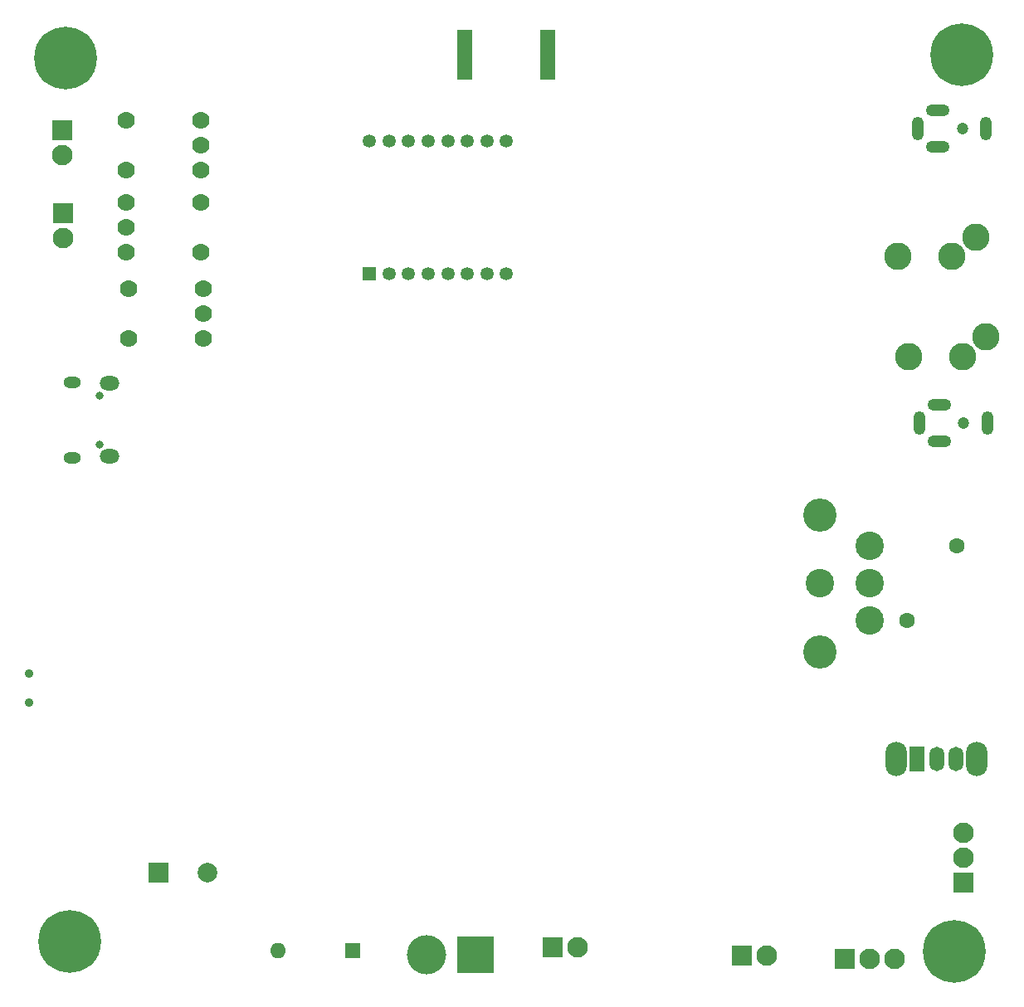
<source format=gbr>
G04 #@! TF.GenerationSoftware,KiCad,Pcbnew,(5.1.4)-1*
G04 #@! TF.CreationDate,2020-12-23T09:12:06-05:00*
G04 #@! TF.ProjectId,CameraTriggerR3SMD,43616d65-7261-4547-9269-676765725233,rev?*
G04 #@! TF.SameCoordinates,Original*
G04 #@! TF.FileFunction,Soldermask,Bot*
G04 #@! TF.FilePolarity,Negative*
%FSLAX46Y46*%
G04 Gerber Fmt 4.6, Leading zero omitted, Abs format (unit mm)*
G04 Created by KiCad (PCBNEW (5.1.4)-1) date 2020-12-23 09:12:06*
%MOMM*%
%LPD*%
G04 APERTURE LIST*
%ADD10O,1.208000X2.416000*%
%ADD11O,2.416000X1.208000*%
%ADD12C,1.200000*%
%ADD13C,2.800000*%
%ADD14O,1.600000X1.600000*%
%ADD15R,1.600000X1.600000*%
%ADD16C,1.350000*%
%ADD17R,1.350000X1.350000*%
%ADD18C,0.900000*%
%ADD19C,1.778000*%
%ADD20O,2.200000X3.500000*%
%ADD21O,1.500000X2.500000*%
%ADD22R,1.500000X2.500000*%
%ADD23O,0.800000X0.800000*%
%ADD24O,1.800000X1.150000*%
%ADD25O,2.000000X1.450000*%
%ADD26C,4.000000*%
%ADD27R,3.800000X3.800000*%
%ADD28R,1.500000X5.080000*%
%ADD29C,2.100000*%
%ADD30R,2.100000X2.100000*%
%ADD31C,2.900000*%
%ADD32C,3.400000*%
%ADD33C,1.600000*%
%ADD34C,0.800000*%
%ADD35C,6.400000*%
%ADD36C,2.000000*%
%ADD37R,2.000000X2.000000*%
G04 APERTURE END LIST*
D10*
X92012680Y-11135360D03*
D11*
X94012680Y-12985360D03*
X94012680Y-9285360D03*
D10*
X98912680Y-11135360D03*
D12*
X96512680Y-11135360D03*
D13*
X89971280Y-24225000D03*
X95471280Y-24225000D03*
X97871280Y-22225000D03*
D14*
X26670000Y-95072200D03*
D15*
X34290000Y-95072200D03*
D16*
X36017200Y-12384200D03*
X38017200Y-12384200D03*
X40017200Y-12384200D03*
X42017200Y-12384200D03*
X44017200Y-12384200D03*
X46017200Y-12384200D03*
X48017200Y-12384200D03*
X50017200Y-12384200D03*
X50017200Y-25984200D03*
X48017200Y-25984200D03*
X46017200Y-25984200D03*
X44017200Y-25984200D03*
X42017200Y-25984200D03*
X40017200Y-25984200D03*
X38017200Y-25984200D03*
D17*
X36017200Y-25984200D03*
D18*
X1270200Y-69765040D03*
X1270200Y-66765040D03*
D19*
X19050000Y-32588200D03*
X19050000Y-30048200D03*
X19050000Y-27508200D03*
X11430000Y-27508200D03*
X11430000Y-32588200D03*
X11236960Y-18719800D03*
X11236960Y-21259800D03*
X11236960Y-23799800D03*
X18856960Y-23799800D03*
X18856960Y-18719800D03*
X18796000Y-15377160D03*
X18796000Y-12837160D03*
X18796000Y-10297160D03*
X11176000Y-10297160D03*
X11176000Y-15377160D03*
D20*
X97987040Y-75534520D03*
X89787040Y-75534520D03*
D21*
X95887040Y-75534520D03*
X93887040Y-75534520D03*
D22*
X91887040Y-75534520D03*
D23*
X8486040Y-43399080D03*
X8486040Y-38399080D03*
D24*
X5736040Y-44774080D03*
X5736040Y-37024080D03*
D25*
X9536040Y-44624080D03*
X9536040Y-37174080D03*
D26*
X41817280Y-95448120D03*
D27*
X46817280Y-95448120D03*
D28*
X45747360Y-3606800D03*
X54247360Y-3606800D03*
D29*
X4729480Y-22352000D03*
D30*
X4729480Y-19812000D03*
D29*
X4688840Y-13893800D03*
D30*
X4688840Y-11353800D03*
D29*
X57287160Y-94681040D03*
D30*
X54747160Y-94681040D03*
D29*
X89590880Y-95879920D03*
X87050880Y-95879920D03*
D30*
X84510880Y-95879920D03*
D31*
X87086440Y-53761560D03*
D32*
X82006440Y-50591560D03*
X82006440Y-64551560D03*
D33*
X95976440Y-53761560D03*
X90896440Y-61381560D03*
D31*
X87086440Y-61381560D03*
X87086440Y-57571560D03*
X82006440Y-57571560D03*
D29*
X76601320Y-95570040D03*
D30*
X74061320Y-95570040D03*
D29*
X96631760Y-83027520D03*
X96631760Y-85567520D03*
D30*
X96631760Y-88107520D03*
D10*
X92170160Y-41239440D03*
D11*
X94170160Y-43089440D03*
X94170160Y-39389440D03*
D10*
X99070160Y-41239440D03*
D12*
X96670160Y-41239440D03*
D13*
X91038080Y-34410400D03*
X96538080Y-34410400D03*
X98938080Y-32410400D03*
D34*
X7107256Y-92415024D03*
X5410200Y-91712080D03*
X3713144Y-92415024D03*
X3010200Y-94112080D03*
X3713144Y-95809136D03*
X5410200Y-96512080D03*
X7107256Y-95809136D03*
X7810200Y-94112080D03*
D35*
X5410200Y-94112080D03*
D34*
X6736416Y-2265344D03*
X5039360Y-1562400D03*
X3342304Y-2265344D03*
X2639360Y-3962400D03*
X3342304Y-5659456D03*
X5039360Y-6362400D03*
X6736416Y-5659456D03*
X7439360Y-3962400D03*
D35*
X5039360Y-3962400D03*
D34*
X98176416Y-1955464D03*
X96479360Y-1252520D03*
X94782304Y-1955464D03*
X94079360Y-3652520D03*
X94782304Y-5349576D03*
X96479360Y-6052520D03*
X98176416Y-5349576D03*
X98879360Y-3652520D03*
D35*
X96479360Y-3652520D03*
D34*
X97409336Y-93471664D03*
X95712280Y-92768720D03*
X94015224Y-93471664D03*
X93312280Y-95168720D03*
X94015224Y-96865776D03*
X95712280Y-97568720D03*
X97409336Y-96865776D03*
X98112280Y-95168720D03*
D35*
X95712280Y-95168720D03*
D36*
X19503400Y-87086440D03*
D37*
X14503400Y-87086440D03*
M02*

</source>
